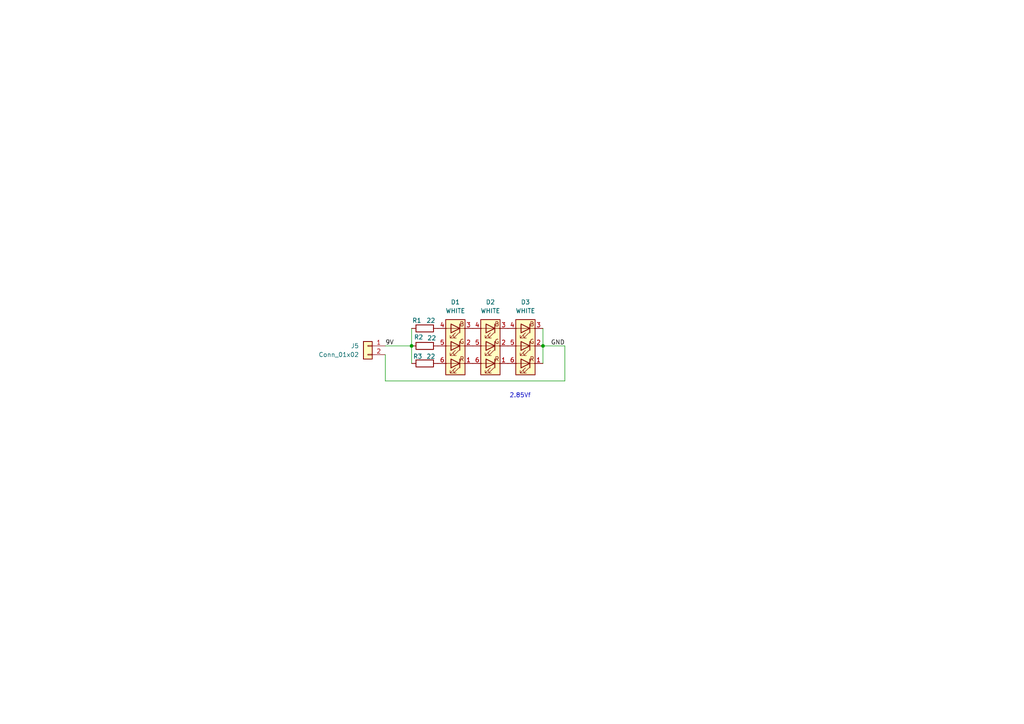
<source format=kicad_sch>
(kicad_sch (version 20231120) (generator "eeschema") (generator_version "8.0")
  (paper "A4")
  (lib_symbols
    (symbol "Connector_Generic:Conn_01x02" (pin_names (offset 1.016) hide)
      (property "Reference" "J" (at 0 2.54 0))
      (property "Value" "Conn_01x02" (at 0 -5.08 0))
      (symbol "Conn_01x02_1_1"
        (rectangle (start -1.27 -2.413) (end 0 -2.667) (stroke (width 0.1524)))
        (rectangle (start -1.27 0.127) (end 0 -0.127) (stroke (width 0.1524)))
        (rectangle (start -1.27 1.27) (end 1.27 -3.81) (stroke (width 0.254)) (fill (type background)))
        (pin passive line (at -5.08 0 0) (length 3.81) (name "Pin_1") (number "1"))
        (pin passive line (at -5.08 -2.54 0) (length 3.81) (name "Pin_2") (number "2"))
      )
    )
    (symbol "Device:LED_RGB" (pin_names (offset 0) hide)
      (property "Reference" "D" (at 0 9.398 0))
      (property "Value" "LED_RGB" (at 0 -8.89 0))
      (symbol "LED_RGB_0_0"
        (text "B" (at -1.905 -6.35 0) (effects (font (size 1.27 1.27))))
        (text "G" (at -1.905 -1.27 0) (effects (font (size 1.27 1.27))))
        (text "R" (at -1.905 3.81 0) (effects (font (size 1.27 1.27))))
      )
      (symbol "LED_RGB_0_1"
        (polyline (pts (xy -1.27 -5.08) (xy -2.54 -5.08)))
        (polyline (pts (xy -1.27 -5.08) (xy 1.27 -5.08)))
        (polyline (pts (xy -1.27 -3.81) (xy -1.27 -6.35)) (stroke (width 0.254)))
        (polyline (pts (xy -1.27 0) (xy -2.54 0)))
        (polyline (pts (xy -1.27 1.27) (xy -1.27 -1.27)) (stroke (width 0.254)))
        (polyline (pts (xy -1.27 5.08) (xy -2.54 5.08)))
        (polyline (pts (xy -1.27 5.08) (xy 1.27 5.08)))
        (polyline (pts (xy -1.27 6.35) (xy -1.27 3.81)) (stroke (width 0.254)))
        (polyline (pts (xy 1.27 -5.08) (xy 2.54 -5.08)))
        (polyline (pts (xy 1.27 0) (xy -1.27 0)))
        (polyline (pts (xy 1.27 0) (xy 2.54 0)))
        (polyline (pts (xy 1.27 5.08) (xy 2.54 5.08)))
        (polyline (pts (xy -1.27 1.27) (xy -1.27 -1.27) (xy -1.27 -1.27)))
        (polyline (pts (xy -1.27 6.35) (xy -1.27 3.81) (xy -1.27 3.81)))
        (polyline (pts (xy 1.27 -3.81) (xy 1.27 -6.35) (xy -1.27 -5.08) (xy 1.27 -3.81)) (stroke (width 0.254)))
        (polyline (pts (xy 1.27 1.27) (xy 1.27 -1.27) (xy -1.27 0) (xy 1.27 1.27)) (stroke (width 0.254)))
        (polyline (pts (xy 1.27 6.35) (xy 1.27 3.81) (xy -1.27 5.08) (xy 1.27 6.35)) (stroke (width 0.254)))
        (polyline (pts (xy -1.016 -3.81) (xy 0.508 -2.286) (xy -0.254 -2.286) (xy 0.508 -2.286) (xy 0.508 -3.048)))
        (polyline (pts (xy -1.016 1.27) (xy 0.508 2.794) (xy -0.254 2.794) (xy 0.508 2.794) (xy 0.508 2.032)))
        (polyline (pts (xy -1.016 6.35) (xy 0.508 7.874) (xy -0.254 7.874) (xy 0.508 7.874) (xy 0.508 7.112)))
        (polyline (pts (xy 0 -3.81) (xy 1.524 -2.286) (xy 0.762 -2.286) (xy 1.524 -2.286) (xy 1.524 -3.048)))
        (polyline (pts (xy 0 1.27) (xy 1.524 2.794) (xy 0.762 2.794) (xy 1.524 2.794) (xy 1.524 2.032)))
        (polyline (pts (xy 0 6.35) (xy 1.524 7.874) (xy 0.762 7.874) (xy 1.524 7.874) (xy 1.524 7.112)))
        (rectangle (start 1.27 -1.27) (end 1.27 1.27))
        (rectangle (start 1.27 1.27) (end 1.27 1.27))
        (rectangle (start 1.27 3.81) (end 1.27 6.35))
        (rectangle (start 1.27 6.35) (end 1.27 6.35))
        (rectangle (start 2.794 8.382) (end -2.794 -7.62) (stroke (width 0.254)) (fill (type background)))
      )
      (symbol "LED_RGB_1_1"
        (pin passive line (at -5.08 5.08 0) (length 2.54) (name "RK") (number "1"))
        (pin passive line (at -5.08 0 0) (length 2.54) (name "GK") (number "2"))
        (pin passive line (at -5.08 -5.08 0) (length 2.54) (name "BK") (number "3"))
        (pin passive line (at 5.08 -5.08 180) (length 2.54) (name "BA") (number "4"))
        (pin passive line (at 5.08 0 180) (length 2.54) (name "GA") (number "5"))
        (pin passive line (at 5.08 5.08 180) (length 2.54) (name "RA") (number "6"))
      )
    )
    (symbol "Device:R" (pin_numbers hide) (pin_names (offset 0))
      (property "Reference" "R" (at 2.032 0 90))
      (property "Value" "R" (at 0 0 90))
      (symbol "R_0_1"
        (rectangle (start -1.016 -2.54) (end 1.016 2.54) (stroke (width 0.254)))
      )
      (symbol "R_1_1"
        (pin passive line (at 0 3.81 270) (length 1.27) (name "~") (number "1"))
        (pin passive line (at 0 -3.81 90) (length 1.27) (name "~") (number "2"))
      )
    )
  )
  (junction (at 119.38 100.33))
  (junction (at 157.48 100.33))
  (wire (pts (xy 157.48 100.33) (xy 163.83 100.33)))
  (wire (pts (xy 119.38 100.33) (xy 119.38 105.41)))
  (wire (pts (xy 119.38 95.25) (xy 119.38 100.33)))
  (wire (pts (xy 111.76 110.49) (xy 111.76 102.87)))
  (wire (pts (xy 157.48 95.25) (xy 157.48 100.33)))
  (wire (pts (xy 163.83 110.49) (xy 111.76 110.49)))
  (wire (pts (xy 163.83 100.33) (xy 163.83 110.49)))
  (wire (pts (xy 157.48 100.33) (xy 157.48 105.41)))
  (wire (pts (xy 111.76 100.33) (xy 119.38 100.33)))
  (text "2.85Vf" (at 150.876 114.808 0) (effects (font (size 1.27 1.27))))
  (label "9V" (at 111.76 100.33 0))
  (label "GND" (at 163.83 100.33 180))
  (symbol (lib_id "Device:LED_RGB") (at 152.4 100.33 180) (unit 1)
    (property "Reference" "D3" (at 152.4 87.63 0))
    (property "Value" "WHITE" (at 152.4 90.17 0))
    (property "Footprint" "LED_SMD:LED_RGB_5050-6" (effects (hide yes)))
  )
  (symbol (lib_id "Device:LED_RGB") (at 142.24 100.33 180) (unit 1)
    (property "Reference" "D2" (at 142.24 87.63 0))
    (property "Value" "WHITE" (at 142.24 90.17 0))
    (property "Footprint" "LED_SMD:LED_RGB_5050-6" (effects (hide yes)))
  )
  (symbol (lib_id "Device:R") (at 123.19 95.25 90) (unit 1)
    (property "Reference" "R1" (at 120.904 92.964 90))
    (property "Value" "22" (at 124.968 92.964 90))
    (property "Footprint" "Resistor_SMD:R_0805_2012Metric_Pad1.20x1.40mm_HandSolder" (effects (hide yes)))
    (property "Description" "Resistor" (effects (hide yes)))
  )
  (symbol (lib_id "Device:R") (at 123.19 105.41 90) (unit 1)
    (property "Reference" "R3" (at 121.158 103.378 90))
    (property "Value" "22" (at 124.968 103.378 90))
    (property "Footprint" "Resistor_SMD:R_0805_2012Metric_Pad1.20x1.40mm_HandSolder" (effects (hide yes)))
    (property "Description" "Resistor" (effects (hide yes)))
  )
  (symbol (lib_id "Connector_Generic:Conn_01x02") (at 106.68 100.33 0) (mirror y) (unit 1)
    (property "Reference" "J5" (at 104.14 100.3299 0) (effects (justify left)))
    (property "Value" "Conn_01x02" (at 104.14 102.8699 0) (effects (justify left)))
    (property "Footprint" "misc:sip_edge_2_no_slot" (effects (hide yes)))
    (property "Description" "Generic connector, single row, 01x02, script generated (kicad-library-utils/schlib/autogen/connector/)" (effects (hide yes)))
  )
  (symbol (lib_id "Device:R") (at 123.19 100.33 90) (unit 1)
    (property "Reference" "R2" (at 121.412 97.79 90))
    (property "Value" "22" (at 125.222 98.044 90))
    (property "Footprint" "Resistor_SMD:R_0805_2012Metric_Pad1.20x1.40mm_HandSolder" (effects (hide yes)))
    (property "Description" "Resistor" (effects (hide yes)))
  )
  (symbol (lib_id "Device:LED_RGB") (at 132.08 100.33 180) (unit 1)
    (property "Reference" "D1" (at 132.08 87.63 0))
    (property "Value" "WHITE" (at 132.08 90.17 0))
    (property "Footprint" "LED_SMD:LED_RGB_5050-6" (effects (hide yes)))
  )
)
</source>
